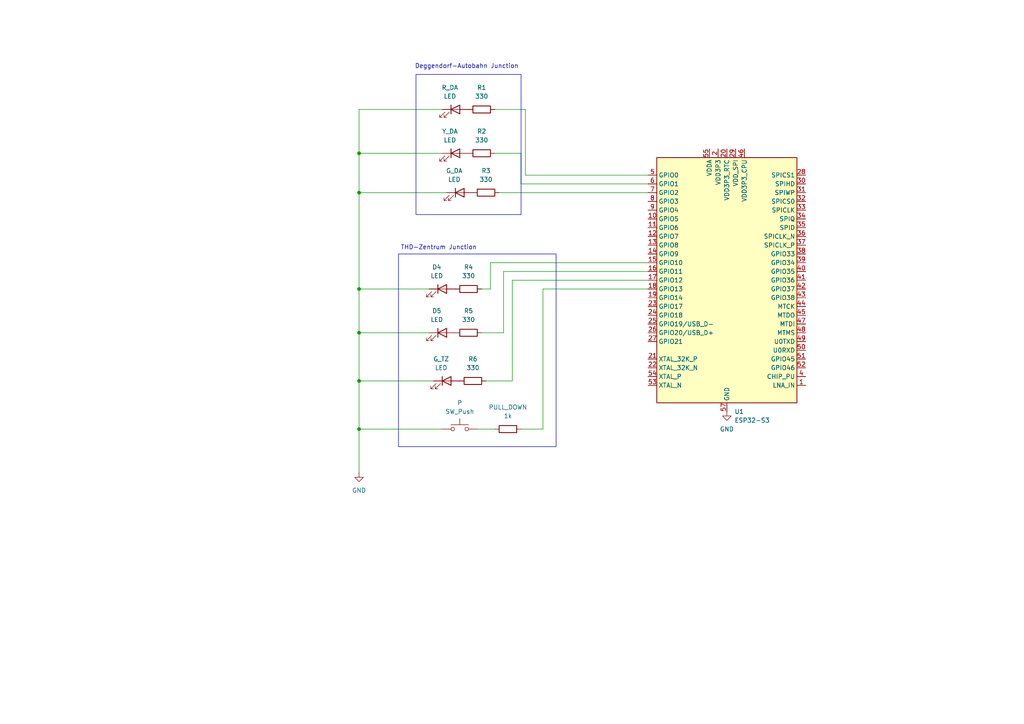
<source format=kicad_sch>
(kicad_sch (version 20231120) (generator "eeschema") (generator_version "8.0")
  (paper "A4")
  (title_block (title "4 junction intersection traffic light") (date "2025-03-26") (rev "1") (company "AZDZ-Club") (comment 1 "Birnadin Erick") (comment 2 "Noorulla"))
  (lib_symbols
    (symbol "Device:LED" (pin_numbers hide) (pin_names (offset 1.016) hide)
      (property "Reference" "D" (at 0 2.54 0))
      (property "Value" "LED" (at 0 -2.54 0))
      (symbol "LED_0_1"
        (polyline (pts (xy -1.27 -1.27) (xy -1.27 1.27)) (stroke (width 0.254)))
        (polyline (pts (xy -1.27 0) (xy 1.27 0)))
        (polyline (pts (xy 1.27 -1.27) (xy 1.27 1.27) (xy -1.27 0) (xy 1.27 -1.27)) (stroke (width 0.254)))
        (polyline (pts (xy -3.048 -0.762) (xy -4.572 -2.286) (xy -3.81 -2.286) (xy -4.572 -2.286) (xy -4.572 -1.524)))
        (polyline (pts (xy -1.778 -0.762) (xy -3.302 -2.286) (xy -2.54 -2.286) (xy -3.302 -2.286) (xy -3.302 -1.524)))
      )
      (symbol "LED_1_1"
        (pin passive line (at -3.81 0 0) (length 2.54) (name "K") (number "1"))
        (pin passive line (at 3.81 0 180) (length 2.54) (name "A") (number "2"))
      )
    )
    (symbol "Device:R" (pin_numbers hide) (pin_names (offset 0))
      (property "Reference" "R" (at 2.032 0 90))
      (property "Value" "R" (at 0 0 90))
      (symbol "R_0_1"
        (rectangle (start -1.016 -2.54) (end 1.016 2.54) (stroke (width 0.254)))
      )
      (symbol "R_1_1"
        (pin passive line (at 0 3.81 270) (length 1.27) (name "~") (number "1"))
        (pin passive line (at 0 -3.81 90) (length 1.27) (name "~") (number "2"))
      )
    )
    (symbol "MCU_Espressif:ESP32-S3"
      (property "Reference" "U" (at 10.16 -38.1 0))
      (property "Value" "ESP32-S3" (at 13.97 -40.64 0))
      (symbol "ESP32-S3_0_1"
        (rectangle (start -20.32 35.56) (end 20.32 -35.56) (stroke (width 0.254)) (fill (type background)))
      )
      (symbol "ESP32-S3_1_0"
        (pin bidirectional line (at 22.86 12.7 180) (length 2.54) (name "SPICLK_N") (number "36"))
        (pin bidirectional line (at 22.86 -10.16 180) (length 2.54) (name "MTDO") (number "45"))
        (pin bidirectional line (at 22.86 -22.86 180) (length 2.54) (name "GPIO45") (number "51"))
        (pin passive line (at -5.08 38.1 270) (length 2.54) hide (name "VDDA") (number "56"))
      )
      (symbol "ESP32-S3_1_1"
        (pin bidirectional line (at 22.86 -30.48 180) (length 2.54) (name "LNA_IN") (number "1"))
        (pin bidirectional line (at -22.86 17.78 0) (length 2.54) (name "GPIO5") (number "10"))
        (pin bidirectional line (at -22.86 15.24 0) (length 2.54) (name "GPIO6") (number "11"))
        (pin bidirectional line (at -22.86 12.7 0) (length 2.54) (name "GPIO7") (number "12"))
        (pin bidirectional line (at -22.86 10.16 0) (length 2.54) (name "GPIO8") (number "13"))
        (pin bidirectional line (at -22.86 7.62 0) (length 2.54) (name "GPIO9") (number "14"))
        (pin bidirectional line (at -22.86 5.08 0) (length 2.54) (name "GPIO10") (number "15"))
        (pin bidirectional line (at -22.86 2.54 0) (length 2.54) (name "GPIO11") (number "16"))
        (pin bidirectional line (at -22.86 0 0) (length 2.54) (name "GPIO12") (number "17"))
        (pin bidirectional line (at -22.86 -2.54 0) (length 2.54) (name "GPIO13") (number "18"))
        (pin bidirectional line (at -22.86 -5.08 0) (length 2.54) (name "GPIO14") (number "19"))
        (pin power_in line (at -2.54 38.1 270) (length 2.54) (name "VDD3P3") (number "2"))
        (pin power_in line (at 0 38.1 270) (length 2.54) (name "VDD3P3_RTC") (number "20"))
        (pin passive line (at -22.86 -22.86 0) (length 2.54) (name "XTAL_32K_P") (number "21"))
        (pin passive line (at -22.86 -25.4 0) (length 2.54) (name "XTAL_32K_N") (number "22"))
        (pin bidirectional line (at -22.86 -7.62 0) (length 2.54) (name "GPIO17") (number "23"))
        (pin bidirectional line (at -22.86 -10.16 0) (length 2.54) (name "GPIO18") (number "24"))
        (pin bidirectional line (at -22.86 -12.7 0) (length 2.54) (name "GPIO19/USB_D-") (number "25"))
        (pin bidirectional line (at -22.86 -15.24 0) (length 2.54) (name "GPIO20/USB_D+") (number "26"))
        (pin bidirectional line (at -22.86 -17.78 0) (length 2.54) (name "GPIO21") (number "27"))
        (pin bidirectional line (at 22.86 30.48 180) (length 2.54) (name "SPICS1") (number "28"))
        (pin power_in line (at 2.54 38.1 270) (length 2.54) (name "VDD_SPI") (number "29"))
        (pin passive line (at -2.54 38.1 270) (length 2.54) hide (name "VDD3P3") (number "3"))
        (pin bidirectional line (at 22.86 27.94 180) (length 2.54) (name "SPIHD") (number "30"))
        (pin bidirectional line (at 22.86 25.4 180) (length 2.54) (name "SPIWP") (number "31"))
        (pin bidirectional line (at 22.86 22.86 180) (length 2.54) (name "SPICS0") (number "32"))
        (pin bidirectional line (at 22.86 20.32 180) (length 2.54) (name "SPICLK") (number "33"))
        (pin bidirectional line (at 22.86 17.78 180) (length 2.54) (name "SPIQ") (number "34"))
        (pin bidirectional line (at 22.86 15.24 180) (length 2.54) (name "SPID") (number "35"))
        (pin bidirectional line (at 22.86 10.16 180) (length 2.54) (name "SPICLK_P") (number "37"))
        (pin bidirectional line (at 22.86 7.62 180) (length 2.54) (name "GPIO33") (number "38"))
        (pin bidirectional line (at 22.86 5.08 180) (length 2.54) (name "GPIO34") (number "39"))
        (pin input line (at 22.86 -27.94 180) (length 2.54) (name "CHIP_PU") (number "4"))
        (pin bidirectional line (at 22.86 2.54 180) (length 2.54) (name "GPIO35") (number "40"))
        (pin bidirectional line (at 22.86 0 180) (length 2.54) (name "GPIO36") (number "41"))
        (pin bidirectional line (at 22.86 -2.54 180) (length 2.54) (name "GPIO37") (number "42"))
        (pin bidirectional line (at 22.86 -5.08 180) (length 2.54) (name "GPIO38") (number "43"))
        (pin bidirectional line (at 22.86 -7.62 180) (length 2.54) (name "MTCK") (number "44"))
        (pin power_in line (at 5.08 38.1 270) (length 2.54) (name "VDD3P3_CPU") (number "46"))
        (pin bidirectional line (at 22.86 -12.7 180) (length 2.54) (name "MTDI") (number "47"))
        (pin bidirectional line (at 22.86 -15.24 180) (length 2.54) (name "MTMS") (number "48"))
        (pin bidirectional line (at 22.86 -17.78 180) (length 2.54) (name "U0TXD") (number "49"))
        (pin bidirectional line (at -22.86 30.48 0) (length 2.54) (name "GPIO0") (number "5"))
        (pin bidirectional line (at 22.86 -20.32 180) (length 2.54) (name "U0RXD") (number "50"))
        (pin bidirectional line (at 22.86 -25.4 180) (length 2.54) (name "GPIO46") (number "52"))
        (pin output line (at -22.86 -30.48 0) (length 2.54) (name "XTAL_N") (number "53"))
        (pin input line (at -22.86 -27.94 0) (length 2.54) (name "XTAL_P") (number "54"))
        (pin power_in line (at -5.08 38.1 270) (length 2.54) (name "VDDA") (number "55"))
        (pin power_in line (at 0 -38.1 90) (length 2.54) (name "GND") (number "57"))
        (pin bidirectional line (at -22.86 27.94 0) (length 2.54) (name "GPIO1") (number "6"))
        (pin bidirectional line (at -22.86 25.4 0) (length 2.54) (name "GPIO2") (number "7"))
        (pin bidirectional line (at -22.86 22.86 0) (length 2.54) (name "GPIO3") (number "8"))
        (pin bidirectional line (at -22.86 20.32 0) (length 2.54) (name "GPIO4") (number "9"))
      )
    )
    (symbol "Switch:SW_Push" (pin_numbers hide) (pin_names (offset 1.016) hide)
      (property "Reference" "SW" (at 1.27 2.54 0))
      (property "Value" "SW_Push" (at 0 -1.524 0))
      (symbol "SW_Push_0_1"
        (circle (center -2.032 0) (radius 0.508))
        (polyline (pts (xy 0 1.27) (xy 0 3.048)))
        (polyline (pts (xy 2.54 1.27) (xy -2.54 1.27)))
        (circle (center 2.032 0) (radius 0.508))
        (pin passive line (at -5.08 0 0) (length 2.54) (name "1") (number "1"))
        (pin passive line (at 5.08 0 180) (length 2.54) (name "2") (number "2"))
      )
    )
    (symbol "power:GND" (power) (pin_numbers hide) (pin_names (offset 0) hide)
      (property "Value" "GND" (at 0 -3.81 0))
      (symbol "GND_0_1"
        (polyline (pts (xy 0 0) (xy 0 -1.27) (xy 1.27 -1.27) (xy 0 -2.54) (xy -1.27 -1.27) (xy 0 -1.27)))
      )
      (symbol "GND_1_1"
        (pin power_in line (at 0 0 270) (length 0) (name "~") (number "1"))
      )
    )
  )
  (junction (at 104.14 83.82))
  (junction (at 104.14 96.52))
  (junction (at 104.14 44.45))
  (junction (at 104.14 110.49))
  (junction (at 104.14 124.46))
  (junction (at 104.14 55.88))
  (wire (pts (xy 148.59 81.28) (xy 187.96 81.28)))
  (wire (pts (xy 104.14 55.88) (xy 129.54 55.88)))
  (wire (pts (xy 125.73 110.49) (xy 104.14 110.49)))
  (wire (pts (xy 104.14 44.45) (xy 128.27 44.45)))
  (wire (pts (xy 146.05 78.74) (xy 146.05 96.52)))
  (wire (pts (xy 104.14 110.49) (xy 104.14 96.52)))
  (wire (pts (xy 142.24 76.2) (xy 187.96 76.2)))
  (wire (pts (xy 140.97 110.49) (xy 148.59 110.49)))
  (wire (pts (xy 157.48 83.82) (xy 157.48 124.46)))
  (wire (pts (xy 104.14 96.52) (xy 124.46 96.52)))
  (wire (pts (xy 146.05 96.52) (xy 139.7 96.52)))
  (wire (pts (xy 142.24 83.82) (xy 142.24 76.2)))
  (wire (pts (xy 104.14 124.46) (xy 104.14 137.16)))
  (wire (pts (xy 104.14 96.52) (xy 104.14 83.82)))
  (wire (pts (xy 152.4 50.8) (xy 152.4 31.75)))
  (wire (pts (xy 104.14 55.88) (xy 104.14 44.45)))
  (wire (pts (xy 104.14 110.49) (xy 104.14 124.46)))
  (wire (pts (xy 151.13 53.34) (xy 187.96 53.34)))
  (wire (pts (xy 104.14 31.75) (xy 128.27 31.75)))
  (wire (pts (xy 187.96 55.88) (xy 144.78 55.88)))
  (wire (pts (xy 187.96 50.8) (xy 152.4 50.8)))
  (wire (pts (xy 139.7 83.82) (xy 142.24 83.82)))
  (wire (pts (xy 104.14 83.82) (xy 104.14 55.88)))
  (wire (pts (xy 143.51 44.45) (xy 151.13 44.45)))
  (wire (pts (xy 151.13 44.45) (xy 151.13 53.34)))
  (wire (pts (xy 187.96 78.74) (xy 146.05 78.74)))
  (wire (pts (xy 152.4 31.75) (xy 143.51 31.75)))
  (wire (pts (xy 143.51 124.46) (xy 138.43 124.46)))
  (wire (pts (xy 157.48 124.46) (xy 151.13 124.46)))
  (wire (pts (xy 187.96 83.82) (xy 157.48 83.82)))
  (wire (pts (xy 128.27 124.46) (xy 104.14 124.46)))
  (wire (pts (xy 104.14 83.82) (xy 124.46 83.82)))
  (wire (pts (xy 104.14 44.45) (xy 104.14 31.75)))
  (wire (pts (xy 148.59 110.49) (xy 148.59 81.28)))
  (rectangle (start 115.57 73.66) (end 161.29 129.54))
  (rectangle (start 120.65 21.59) (end 151.13 62.23))
  (text "Deggendorf-Autobahn Junction" (at 135.382 19.304 0) (effects (font (size 1.27 1.27))))
  (text "THD-Zentrum Junction" (at 127.254 71.882 0) (effects (font (size 1.27 1.27))))
  (symbol (lib_id "Device:R") (at 139.7 44.45 90) (unit 1)
    (property "Reference" "R2" (at 139.7 38.1 90))
    (property "Value" "330" (at 139.7 40.64 90))
    (property "Description" "Resistor" (effects (hide yes)))
  )
  (symbol (lib_id "Device:LED") (at 128.27 96.52 0) (unit 1)
    (property "Reference" "D5" (at 126.6825 90.17 0))
    (property "Value" "LED" (at 126.6825 92.71 0))
    (property "Description" "Light emitting diode" (effects (hide yes)))
  )
  (symbol (lib_id "Device:R") (at 139.7 31.75 90) (unit 1)
    (property "Reference" "R1" (at 139.7 25.4 90))
    (property "Value" "330" (at 139.7 27.94 90))
    (property "Description" "Resistor" (effects (hide yes)))
  )
  (symbol (lib_id "Device:R") (at 135.89 96.52 90) (unit 1)
    (property "Reference" "R5" (at 135.89 90.17 90))
    (property "Value" "330" (at 135.89 92.71 90))
    (property "Description" "Resistor" (effects (hide yes)))
  )
  (symbol (lib_id "Switch:SW_Push") (at 133.35 124.46 0) (unit 1)
    (property "Reference" "P" (at 133.35 116.84 0))
    (property "Value" "SW_Push" (at 133.35 119.38 0))
    (property "Description" "Push button switch, generic, two pins" (effects (hide yes)))
  )
  (symbol (lib_id "power:GND") (at 104.14 137.16 0) (unit 1)
    (property "Reference" "#PWR1" (effects (hide yes)))
    (property "Value" "GND" (at 104.14 142.24 0))
    (property "Description" "Power symbol creates a global label with name \"GND\" , ground" (effects (hide yes)))
  )
  (symbol (lib_id "Device:LED") (at 129.54 110.49 0) (unit 1)
    (property "Reference" "G_TZ" (at 127.9525 104.14 0))
    (property "Value" "LED" (at 127.9525 106.68 0))
    (property "Description" "Light emitting diode" (effects (hide yes)))
  )
  (symbol (lib_id "Device:LED") (at 128.27 83.82 0) (unit 1)
    (property "Reference" "D4" (at 126.6825 77.47 0))
    (property "Value" "LED" (at 126.6825 80.01 0))
    (property "Description" "Light emitting diode" (effects (hide yes)))
  )
  (symbol (lib_id "Device:R") (at 140.97 55.88 90) (unit 1)
    (property "Reference" "R3" (at 140.97 49.53 90))
    (property "Value" "330" (at 140.97 52.07 90))
    (property "Description" "Resistor" (effects (hide yes)))
  )
  (symbol (lib_id "Device:LED") (at 132.08 44.45 0) (unit 1)
    (property "Reference" "Y_DA" (at 130.4925 38.1 0))
    (property "Value" "LED" (at 130.4925 40.64 0))
    (property "Description" "Light emitting diode" (effects (hide yes)))
  )
  (symbol (lib_id "Device:R") (at 135.89 83.82 90) (unit 1)
    (property "Reference" "R4" (at 135.89 77.47 90))
    (property "Value" "330" (at 135.89 80.01 90))
    (property "Description" "Resistor" (effects (hide yes)))
  )
  (symbol (lib_id "Device:R") (at 137.16 110.49 90) (unit 1)
    (property "Reference" "R6" (at 137.16 104.14 90))
    (property "Value" "330" (at 137.16 106.68 90))
    (property "Description" "Resistor" (effects (hide yes)))
  )
  (symbol (lib_id "Device:LED") (at 133.35 55.88 0) (unit 1)
    (property "Reference" "G_DA" (at 131.7625 49.53 0))
    (property "Value" "LED" (at 131.7625 52.07 0))
    (property "Description" "Light emitting diode" (effects (hide yes)))
  )
  (symbol (lib_id "MCU_Espressif:ESP32-S3") (at 210.82 81.28 0) (unit 1)
    (property "Reference" "U1" (at 213.0141 119.38 0) (effects (justify left)))
    (property "Value" "ESP32-S3" (at 213.0141 121.92 0) (effects (justify left)))
    (property "Footprint" "Package_DFN_QFN:QFN-56-1EP_7x7mm_P0.4mm_EP4x4mm" (effects (hide yes)))
    (property "Datasheet" "https://www.espressif.com/sites/default/files/documentation/esp32-s3_datasheet_en.pdf" (effects (hide yes)))
    (property "Description" "Microcontroller, Wi-Fi 802.11b/g/n, Bluetooth, 32bit" (effects (hide yes)))
  )
  (symbol (lib_id "Device:R") (at 147.32 124.46 90) (unit 1)
    (property "Reference" "PULL_DOWN" (at 147.32 118.11 90))
    (property "Value" "1k" (at 147.32 120.65 90))
    (property "Description" "Resistor" (effects (hide yes)))
  )
  (symbol (lib_id "Device:LED") (at 132.08 31.75 0) (unit 1)
    (property "Reference" "R_DA" (at 130.4925 25.4 0))
    (property "Value" "LED" (at 130.4925 27.94 0))
    (property "Description" "Light emitting diode" (effects (hide yes)))
  )
  (symbol (lib_id "power:GND") (at 210.82 119.38 0) (unit 1)
    (property "Reference" "#PWR2" (effects (hide yes)))
    (property "Value" "GND" (at 210.82 124.46 0))
    (property "Description" "Power symbol creates a global label with name \"GND\" , ground" (effects (hide yes)))
  )
)
</source>
